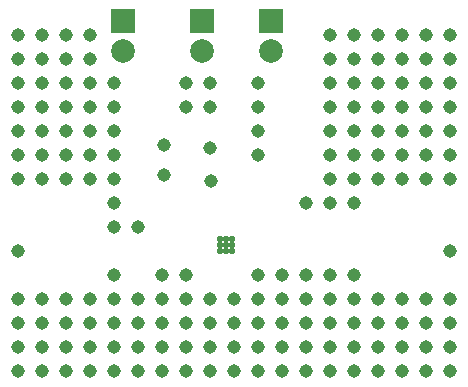
<source format=gbs>
G04 Layer_Color=16711935*
%FSLAX23Y23*%
%MOIN*%
G70*
G01*
G75*
%ADD49R,0.079X0.079*%
%ADD50C,0.079*%
%ADD51C,0.022*%
%ADD52C,0.045*%
D49*
X2135Y2768D02*
D03*
X1872D02*
D03*
X2363D02*
D03*
D50*
X2135Y2668D02*
D03*
X1872D02*
D03*
X2363D02*
D03*
D51*
X2234Y2040D02*
D03*
X2214D02*
D03*
X2194D02*
D03*
Y2000D02*
D03*
X2214D02*
D03*
X2234D02*
D03*
Y2020D02*
D03*
X2194D02*
D03*
X2214D02*
D03*
D52*
X2163Y2232D02*
D03*
X2162Y2345D02*
D03*
X2008Y2354D02*
D03*
Y2254D02*
D03*
X1520Y1600D02*
D03*
Y1680D02*
D03*
Y1760D02*
D03*
Y1840D02*
D03*
Y2000D02*
D03*
Y2240D02*
D03*
Y2320D02*
D03*
Y2400D02*
D03*
Y2480D02*
D03*
Y2560D02*
D03*
Y2640D02*
D03*
Y2720D02*
D03*
X1600Y1600D02*
D03*
Y1680D02*
D03*
Y1760D02*
D03*
Y1840D02*
D03*
Y2240D02*
D03*
Y2320D02*
D03*
Y2400D02*
D03*
Y2480D02*
D03*
Y2560D02*
D03*
Y2640D02*
D03*
Y2720D02*
D03*
X1680Y1600D02*
D03*
Y1680D02*
D03*
Y1760D02*
D03*
Y1840D02*
D03*
Y2240D02*
D03*
Y2320D02*
D03*
Y2400D02*
D03*
Y2480D02*
D03*
Y2560D02*
D03*
Y2640D02*
D03*
Y2720D02*
D03*
X1760Y1600D02*
D03*
Y1680D02*
D03*
Y1760D02*
D03*
Y1840D02*
D03*
Y2240D02*
D03*
Y2320D02*
D03*
Y2400D02*
D03*
Y2480D02*
D03*
Y2560D02*
D03*
Y2640D02*
D03*
Y2720D02*
D03*
X1840Y1600D02*
D03*
Y1680D02*
D03*
Y1760D02*
D03*
Y1840D02*
D03*
Y1920D02*
D03*
Y2080D02*
D03*
Y2160D02*
D03*
Y2240D02*
D03*
Y2320D02*
D03*
Y2400D02*
D03*
Y2480D02*
D03*
Y2560D02*
D03*
X1920Y1600D02*
D03*
Y1680D02*
D03*
Y1760D02*
D03*
Y1840D02*
D03*
Y2080D02*
D03*
X2000Y1600D02*
D03*
Y1680D02*
D03*
Y1760D02*
D03*
Y1840D02*
D03*
Y1920D02*
D03*
X2080Y1600D02*
D03*
Y1680D02*
D03*
Y1760D02*
D03*
Y1840D02*
D03*
Y1920D02*
D03*
Y2480D02*
D03*
Y2560D02*
D03*
X2160Y1600D02*
D03*
Y1680D02*
D03*
Y1760D02*
D03*
Y1840D02*
D03*
Y2480D02*
D03*
Y2560D02*
D03*
X2240Y1600D02*
D03*
Y1680D02*
D03*
Y1760D02*
D03*
Y1840D02*
D03*
X2320Y1600D02*
D03*
Y1680D02*
D03*
Y1760D02*
D03*
Y1840D02*
D03*
Y1920D02*
D03*
Y2320D02*
D03*
Y2400D02*
D03*
Y2480D02*
D03*
Y2560D02*
D03*
X2400Y1600D02*
D03*
Y1680D02*
D03*
Y1760D02*
D03*
Y1840D02*
D03*
Y1920D02*
D03*
X2480Y1600D02*
D03*
Y1680D02*
D03*
Y1760D02*
D03*
Y1840D02*
D03*
Y1920D02*
D03*
Y2160D02*
D03*
X2560Y1600D02*
D03*
Y1680D02*
D03*
Y1760D02*
D03*
Y1840D02*
D03*
Y1920D02*
D03*
Y2160D02*
D03*
Y2240D02*
D03*
Y2320D02*
D03*
Y2400D02*
D03*
Y2480D02*
D03*
Y2560D02*
D03*
Y2640D02*
D03*
Y2720D02*
D03*
X2640Y1600D02*
D03*
Y1680D02*
D03*
Y1760D02*
D03*
Y1840D02*
D03*
Y1920D02*
D03*
Y2160D02*
D03*
Y2240D02*
D03*
Y2320D02*
D03*
Y2400D02*
D03*
Y2480D02*
D03*
Y2560D02*
D03*
Y2640D02*
D03*
Y2720D02*
D03*
X2720Y1600D02*
D03*
Y1680D02*
D03*
Y1760D02*
D03*
Y1840D02*
D03*
Y2240D02*
D03*
Y2320D02*
D03*
Y2400D02*
D03*
Y2480D02*
D03*
Y2560D02*
D03*
Y2640D02*
D03*
Y2720D02*
D03*
X2800Y1600D02*
D03*
Y1680D02*
D03*
Y1760D02*
D03*
Y1840D02*
D03*
Y2240D02*
D03*
Y2320D02*
D03*
Y2400D02*
D03*
Y2480D02*
D03*
Y2560D02*
D03*
Y2640D02*
D03*
Y2720D02*
D03*
X2880Y1600D02*
D03*
Y1680D02*
D03*
Y1760D02*
D03*
Y1840D02*
D03*
Y2240D02*
D03*
Y2320D02*
D03*
Y2400D02*
D03*
Y2480D02*
D03*
Y2560D02*
D03*
Y2640D02*
D03*
Y2720D02*
D03*
X2960Y1600D02*
D03*
Y1680D02*
D03*
Y1760D02*
D03*
Y1840D02*
D03*
Y2000D02*
D03*
Y2240D02*
D03*
Y2320D02*
D03*
Y2400D02*
D03*
Y2480D02*
D03*
Y2560D02*
D03*
Y2640D02*
D03*
Y2720D02*
D03*
M02*

</source>
